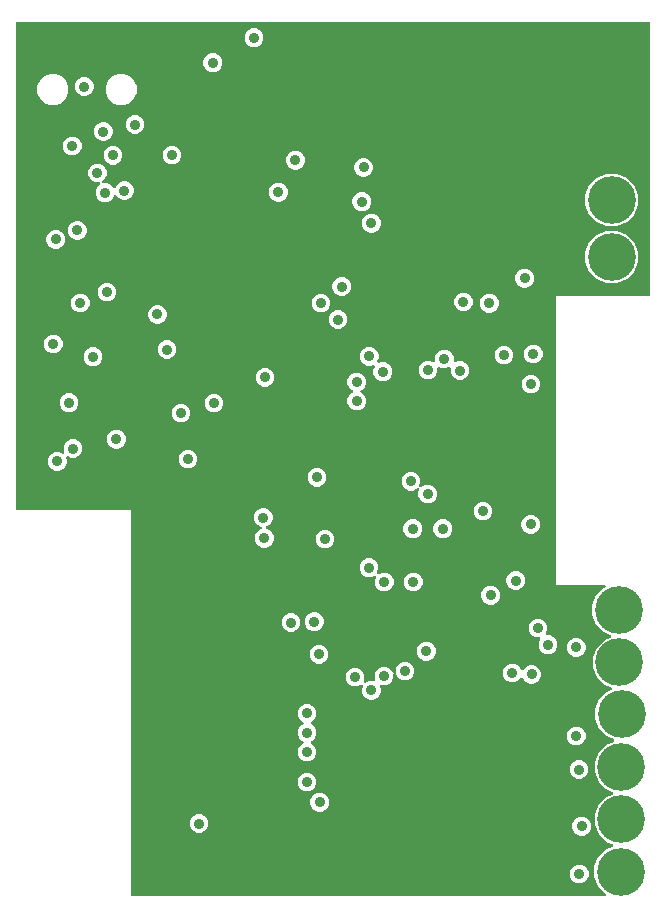
<source format=gbr>
G04 EAGLE Gerber RS-274X export*
G75*
%MOMM*%
%FSLAX34Y34*%
%LPD*%
%INCopper Layer 2*%
%IPPOS*%
%AMOC8*
5,1,8,0,0,1.08239X$1,22.5*%
G01*
%ADD10C,4.032000*%
%ADD11C,0.914400*%

G36*
X509501Y10940D02*
X509501Y10940D01*
X509640Y10953D01*
X509659Y10960D01*
X509679Y10963D01*
X509808Y11014D01*
X509939Y11061D01*
X509956Y11072D01*
X509975Y11080D01*
X510087Y11161D01*
X510203Y11239D01*
X510216Y11255D01*
X510232Y11266D01*
X510321Y11374D01*
X510413Y11478D01*
X510422Y11496D01*
X510435Y11511D01*
X510494Y11637D01*
X510558Y11761D01*
X510562Y11781D01*
X510571Y11799D01*
X510597Y11935D01*
X510627Y12071D01*
X510627Y12092D01*
X510630Y12111D01*
X510622Y12250D01*
X510618Y12389D01*
X510612Y12409D01*
X510611Y12429D01*
X510568Y12561D01*
X510529Y12695D01*
X510519Y12712D01*
X510513Y12731D01*
X510438Y12849D01*
X510368Y12969D01*
X510349Y12990D01*
X510343Y13000D01*
X510328Y13014D01*
X510261Y13089D01*
X504172Y19179D01*
X500793Y27336D01*
X500793Y36164D01*
X504172Y44321D01*
X510415Y50564D01*
X515766Y52781D01*
X515886Y52849D01*
X516010Y52914D01*
X516025Y52928D01*
X516042Y52938D01*
X516142Y53035D01*
X516245Y53128D01*
X516256Y53145D01*
X516271Y53159D01*
X516343Y53278D01*
X516420Y53394D01*
X516426Y53413D01*
X516437Y53431D01*
X516478Y53563D01*
X516523Y53695D01*
X516525Y53715D01*
X516530Y53734D01*
X516537Y53873D01*
X516548Y54012D01*
X516545Y54032D01*
X516546Y54052D01*
X516518Y54188D01*
X516494Y54325D01*
X516485Y54344D01*
X516481Y54364D01*
X516420Y54489D01*
X516363Y54615D01*
X516351Y54631D01*
X516342Y54649D01*
X516251Y54755D01*
X516165Y54864D01*
X516148Y54876D01*
X516135Y54891D01*
X516021Y54971D01*
X515910Y55055D01*
X515885Y55067D01*
X515875Y55074D01*
X515856Y55082D01*
X515766Y55126D01*
X510923Y57132D01*
X504680Y63375D01*
X501301Y71532D01*
X501301Y80360D01*
X504680Y88517D01*
X510923Y94760D01*
X515893Y96819D01*
X516013Y96888D01*
X516137Y96953D01*
X516152Y96966D01*
X516169Y96976D01*
X516269Y97073D01*
X516372Y97167D01*
X516383Y97183D01*
X516398Y97198D01*
X516470Y97316D01*
X516547Y97432D01*
X516553Y97451D01*
X516564Y97469D01*
X516605Y97601D01*
X516650Y97733D01*
X516652Y97753D01*
X516657Y97773D01*
X516664Y97911D01*
X516675Y98050D01*
X516672Y98070D01*
X516673Y98090D01*
X516645Y98226D01*
X516621Y98363D01*
X516612Y98382D01*
X516608Y98402D01*
X516547Y98527D01*
X516490Y98653D01*
X516478Y98669D01*
X516469Y98687D01*
X516378Y98794D01*
X516292Y98902D01*
X516275Y98914D01*
X516262Y98929D01*
X516148Y99010D01*
X516037Y99093D01*
X516012Y99105D01*
X516002Y99113D01*
X515983Y99120D01*
X515893Y99164D01*
X510669Y101328D01*
X504426Y107571D01*
X501047Y115728D01*
X501047Y124556D01*
X504426Y132713D01*
X510669Y138956D01*
X516940Y141554D01*
X517060Y141622D01*
X517183Y141687D01*
X517198Y141701D01*
X517216Y141711D01*
X517316Y141808D01*
X517419Y141901D01*
X517430Y141918D01*
X517444Y141932D01*
X517517Y142051D01*
X517593Y142167D01*
X517600Y142186D01*
X517611Y142204D01*
X517651Y142336D01*
X517697Y142468D01*
X517698Y142488D01*
X517704Y142507D01*
X517711Y142646D01*
X517722Y142785D01*
X517718Y142805D01*
X517719Y142825D01*
X517691Y142961D01*
X517668Y143098D01*
X517659Y143117D01*
X517655Y143137D01*
X517594Y143262D01*
X517537Y143388D01*
X517524Y143404D01*
X517515Y143422D01*
X517425Y143528D01*
X517338Y143637D01*
X517322Y143649D01*
X517309Y143664D01*
X517195Y143744D01*
X517084Y143828D01*
X517059Y143840D01*
X517049Y143847D01*
X517030Y143855D01*
X516940Y143899D01*
X511177Y146286D01*
X504934Y152529D01*
X501555Y160686D01*
X501555Y169514D01*
X504934Y177671D01*
X511177Y183914D01*
X514772Y185403D01*
X514892Y185472D01*
X515015Y185537D01*
X515030Y185551D01*
X515048Y185561D01*
X515148Y185657D01*
X515251Y185751D01*
X515262Y185768D01*
X515276Y185782D01*
X515349Y185900D01*
X515425Y186017D01*
X515432Y186036D01*
X515443Y186053D01*
X515483Y186186D01*
X515529Y186317D01*
X515530Y186338D01*
X515536Y186357D01*
X515543Y186495D01*
X515554Y186634D01*
X515550Y186655D01*
X515551Y186675D01*
X515523Y186810D01*
X515500Y186948D01*
X515491Y186966D01*
X515487Y186986D01*
X515426Y187111D01*
X515369Y187238D01*
X515356Y187254D01*
X515347Y187272D01*
X515257Y187378D01*
X515170Y187486D01*
X515154Y187498D01*
X515141Y187514D01*
X515027Y187594D01*
X514916Y187677D01*
X514891Y187690D01*
X514881Y187697D01*
X514862Y187704D01*
X514772Y187748D01*
X509399Y189974D01*
X503156Y196217D01*
X499777Y204374D01*
X499777Y213202D01*
X503156Y221359D01*
X509399Y227602D01*
X514115Y229556D01*
X514235Y229624D01*
X514359Y229689D01*
X514374Y229703D01*
X514391Y229713D01*
X514491Y229810D01*
X514594Y229903D01*
X514605Y229920D01*
X514620Y229934D01*
X514692Y230053D01*
X514769Y230169D01*
X514775Y230188D01*
X514786Y230205D01*
X514827Y230338D01*
X514872Y230470D01*
X514874Y230490D01*
X514879Y230509D01*
X514886Y230648D01*
X514897Y230787D01*
X514894Y230807D01*
X514895Y230827D01*
X514867Y230963D01*
X514843Y231100D01*
X514834Y231119D01*
X514830Y231139D01*
X514769Y231264D01*
X514712Y231390D01*
X514700Y231406D01*
X514691Y231424D01*
X514600Y231531D01*
X514514Y231639D01*
X514497Y231651D01*
X514484Y231666D01*
X514370Y231747D01*
X514259Y231830D01*
X514234Y231842D01*
X514224Y231849D01*
X514205Y231857D01*
X514115Y231901D01*
X508637Y234170D01*
X502394Y240413D01*
X499015Y248570D01*
X499015Y257398D01*
X502394Y265555D01*
X508637Y271798D01*
X509441Y272131D01*
X509502Y272166D01*
X509567Y272192D01*
X509640Y272244D01*
X509718Y272289D01*
X509768Y272337D01*
X509824Y272378D01*
X509882Y272448D01*
X509946Y272510D01*
X509983Y272570D01*
X510027Y272623D01*
X510065Y272705D01*
X510112Y272781D01*
X510133Y272848D01*
X510163Y272911D01*
X510180Y272999D01*
X510206Y273085D01*
X510209Y273155D01*
X510222Y273224D01*
X510217Y273313D01*
X510221Y273403D01*
X510207Y273471D01*
X510203Y273541D01*
X510175Y273626D01*
X510157Y273714D01*
X510126Y273777D01*
X510105Y273843D01*
X510057Y273919D01*
X510017Y274000D01*
X509972Y274053D01*
X509935Y274112D01*
X509869Y274174D01*
X509811Y274242D01*
X509754Y274282D01*
X509703Y274330D01*
X509624Y274373D01*
X509551Y274425D01*
X509485Y274450D01*
X509424Y274484D01*
X509338Y274506D01*
X509253Y274538D01*
X509184Y274546D01*
X509116Y274563D01*
X508956Y274573D01*
X468629Y274573D01*
X468629Y519177D01*
X546608Y519177D01*
X546726Y519192D01*
X546845Y519199D01*
X546883Y519212D01*
X546924Y519217D01*
X547034Y519260D01*
X547147Y519297D01*
X547182Y519319D01*
X547219Y519334D01*
X547315Y519404D01*
X547416Y519467D01*
X547444Y519497D01*
X547477Y519520D01*
X547553Y519612D01*
X547634Y519699D01*
X547654Y519734D01*
X547679Y519765D01*
X547730Y519873D01*
X547788Y519977D01*
X547798Y520017D01*
X547815Y520053D01*
X547837Y520170D01*
X547867Y520285D01*
X547871Y520346D01*
X547875Y520366D01*
X547873Y520386D01*
X547877Y520446D01*
X547877Y749808D01*
X547862Y749926D01*
X547855Y750045D01*
X547842Y750083D01*
X547837Y750124D01*
X547794Y750234D01*
X547757Y750347D01*
X547735Y750382D01*
X547720Y750419D01*
X547651Y750515D01*
X547587Y750616D01*
X547557Y750644D01*
X547534Y750677D01*
X547442Y750753D01*
X547355Y750834D01*
X547320Y750854D01*
X547289Y750879D01*
X547181Y750930D01*
X547077Y750988D01*
X547037Y750998D01*
X547001Y751015D01*
X546884Y751037D01*
X546769Y751067D01*
X546709Y751071D01*
X546689Y751075D01*
X546668Y751073D01*
X546608Y751077D01*
X12192Y751077D01*
X12074Y751062D01*
X11955Y751055D01*
X11917Y751042D01*
X11876Y751037D01*
X11766Y750994D01*
X11653Y750957D01*
X11618Y750935D01*
X11581Y750920D01*
X11485Y750851D01*
X11384Y750787D01*
X11356Y750757D01*
X11323Y750734D01*
X11247Y750642D01*
X11166Y750555D01*
X11146Y750520D01*
X11121Y750489D01*
X11070Y750381D01*
X11012Y750277D01*
X11002Y750237D01*
X10985Y750201D01*
X10963Y750084D01*
X10933Y749969D01*
X10929Y749909D01*
X10925Y749889D01*
X10927Y749868D01*
X10923Y749808D01*
X10923Y339090D01*
X10938Y338972D01*
X10945Y338853D01*
X10958Y338815D01*
X10963Y338774D01*
X11006Y338664D01*
X11043Y338551D01*
X11065Y338516D01*
X11080Y338479D01*
X11149Y338383D01*
X11213Y338282D01*
X11243Y338254D01*
X11266Y338221D01*
X11358Y338146D01*
X11445Y338064D01*
X11480Y338044D01*
X11511Y338019D01*
X11619Y337968D01*
X11723Y337910D01*
X11763Y337900D01*
X11799Y337883D01*
X11916Y337861D01*
X12031Y337831D01*
X12091Y337827D01*
X12111Y337823D01*
X12132Y337825D01*
X12192Y337821D01*
X108459Y337821D01*
X108459Y12192D01*
X108474Y12074D01*
X108481Y11955D01*
X108494Y11917D01*
X108499Y11876D01*
X108542Y11766D01*
X108579Y11653D01*
X108601Y11618D01*
X108616Y11581D01*
X108686Y11485D01*
X108749Y11384D01*
X108779Y11356D01*
X108802Y11323D01*
X108894Y11247D01*
X108981Y11166D01*
X109016Y11146D01*
X109047Y11121D01*
X109155Y11070D01*
X109259Y11012D01*
X109299Y11002D01*
X109335Y10985D01*
X109452Y10963D01*
X109567Y10933D01*
X109628Y10929D01*
X109648Y10925D01*
X109668Y10927D01*
X109728Y10923D01*
X509364Y10923D01*
X509501Y10940D01*
G37*
%LPC*%
G36*
X510952Y578009D02*
X510952Y578009D01*
X502795Y581388D01*
X496552Y587631D01*
X493173Y595788D01*
X493173Y604616D01*
X496552Y612773D01*
X502795Y619016D01*
X510952Y622395D01*
X519780Y622395D01*
X527937Y619016D01*
X534180Y612773D01*
X537559Y604616D01*
X537559Y595788D01*
X534180Y587631D01*
X527937Y581388D01*
X519780Y578009D01*
X510952Y578009D01*
G37*
%LPD*%
%LPC*%
G36*
X510952Y530003D02*
X510952Y530003D01*
X502795Y533382D01*
X496552Y539625D01*
X493173Y547782D01*
X493173Y556610D01*
X496552Y564767D01*
X502795Y571010D01*
X510952Y574389D01*
X519780Y574389D01*
X527937Y571010D01*
X534180Y564767D01*
X537559Y556610D01*
X537559Y547782D01*
X534180Y539625D01*
X527937Y533382D01*
X519780Y530003D01*
X510952Y530003D01*
G37*
%LPD*%
%LPC*%
G36*
X385276Y448055D02*
X385276Y448055D01*
X382381Y449254D01*
X380166Y451469D01*
X378967Y454364D01*
X378967Y457534D01*
X378961Y457583D01*
X378963Y457633D01*
X378941Y457740D01*
X378927Y457850D01*
X378909Y457896D01*
X378899Y457944D01*
X378851Y458043D01*
X378810Y458145D01*
X378781Y458185D01*
X378759Y458230D01*
X378688Y458314D01*
X378624Y458403D01*
X378585Y458434D01*
X378553Y458472D01*
X378463Y458535D01*
X378379Y458605D01*
X378334Y458627D01*
X378293Y458655D01*
X378190Y458694D01*
X378091Y458741D01*
X378042Y458750D01*
X377996Y458768D01*
X377886Y458780D01*
X377779Y458801D01*
X377729Y458798D01*
X377680Y458803D01*
X377571Y458788D01*
X377461Y458781D01*
X377414Y458766D01*
X377365Y458759D01*
X377212Y458707D01*
X375263Y457899D01*
X372130Y457899D01*
X369548Y458969D01*
X369500Y458982D01*
X369455Y459003D01*
X369347Y459023D01*
X369241Y459053D01*
X369191Y459053D01*
X369142Y459063D01*
X369033Y459056D01*
X368923Y459058D01*
X368875Y459046D01*
X368825Y459043D01*
X368721Y459009D01*
X368614Y458983D01*
X368570Y458960D01*
X368523Y458945D01*
X368430Y458886D01*
X368333Y458835D01*
X368296Y458801D01*
X368254Y458775D01*
X368179Y458695D01*
X368097Y458621D01*
X368070Y458579D01*
X368036Y458543D01*
X367983Y458447D01*
X367923Y458355D01*
X367906Y458308D01*
X367882Y458265D01*
X367855Y458158D01*
X367819Y458054D01*
X367815Y458005D01*
X367803Y457957D01*
X367793Y457796D01*
X367793Y454872D01*
X366594Y451977D01*
X364379Y449762D01*
X361484Y448563D01*
X358352Y448563D01*
X355457Y449762D01*
X353242Y451977D01*
X352043Y454872D01*
X352043Y458004D01*
X353242Y460899D01*
X355457Y463114D01*
X358352Y464313D01*
X361484Y464313D01*
X364067Y463243D01*
X364115Y463230D01*
X364159Y463209D01*
X364267Y463188D01*
X364373Y463159D01*
X364423Y463158D01*
X364472Y463149D01*
X364581Y463156D01*
X364691Y463154D01*
X364740Y463166D01*
X364789Y463169D01*
X364893Y463203D01*
X365001Y463228D01*
X365045Y463252D01*
X365092Y463267D01*
X365184Y463326D01*
X365282Y463377D01*
X365318Y463410D01*
X365360Y463437D01*
X365436Y463517D01*
X365517Y463591D01*
X365544Y463632D01*
X365578Y463669D01*
X365631Y463765D01*
X365692Y463857D01*
X365708Y463904D01*
X365732Y463947D01*
X365759Y464053D01*
X365795Y464157D01*
X365799Y464207D01*
X365811Y464255D01*
X365822Y464416D01*
X365822Y467340D01*
X367020Y470234D01*
X369236Y472450D01*
X372130Y473648D01*
X375263Y473648D01*
X378157Y472450D01*
X380372Y470234D01*
X381571Y467340D01*
X381571Y464170D01*
X381577Y464120D01*
X381575Y464071D01*
X381597Y463963D01*
X381611Y463854D01*
X381629Y463808D01*
X381639Y463759D01*
X381688Y463661D01*
X381728Y463559D01*
X381757Y463518D01*
X381779Y463474D01*
X381850Y463390D01*
X381915Y463301D01*
X381953Y463270D01*
X381985Y463232D01*
X382075Y463168D01*
X382160Y463098D01*
X382205Y463077D01*
X382245Y463049D01*
X382348Y463010D01*
X382447Y462963D01*
X382496Y462954D01*
X382543Y462936D01*
X382652Y462924D01*
X382760Y462903D01*
X382809Y462906D01*
X382859Y462901D01*
X382968Y462916D01*
X383077Y462923D01*
X383124Y462938D01*
X383174Y462945D01*
X383326Y462997D01*
X385276Y463805D01*
X388408Y463805D01*
X391303Y462606D01*
X393518Y460391D01*
X394717Y457496D01*
X394717Y454364D01*
X393518Y451469D01*
X391303Y449254D01*
X388408Y448055D01*
X385276Y448055D01*
G37*
%LPD*%
%LPC*%
G36*
X310346Y177291D02*
X310346Y177291D01*
X307451Y178490D01*
X305236Y180705D01*
X304037Y183600D01*
X304037Y186732D01*
X304646Y188202D01*
X304664Y188269D01*
X304692Y188334D01*
X304706Y188423D01*
X304730Y188509D01*
X304731Y188579D01*
X304742Y188648D01*
X304734Y188737D01*
X304735Y188827D01*
X304719Y188895D01*
X304712Y188964D01*
X304682Y189049D01*
X304661Y189136D01*
X304628Y189198D01*
X304605Y189264D01*
X304554Y189338D01*
X304512Y189417D01*
X304465Y189469D01*
X304426Y189527D01*
X304359Y189586D01*
X304298Y189653D01*
X304240Y189691D01*
X304187Y189737D01*
X304108Y189778D01*
X304033Y189827D01*
X303966Y189850D01*
X303904Y189882D01*
X303817Y189901D01*
X303732Y189931D01*
X303662Y189936D01*
X303594Y189951D01*
X303504Y189949D01*
X303415Y189956D01*
X303346Y189944D01*
X303276Y189942D01*
X303190Y189917D01*
X303101Y189901D01*
X303038Y189873D01*
X302971Y189853D01*
X302893Y189808D01*
X302811Y189771D01*
X302757Y189727D01*
X302697Y189692D01*
X302677Y189675D01*
X299762Y188467D01*
X296630Y188467D01*
X293735Y189666D01*
X291520Y191881D01*
X290321Y194776D01*
X290321Y197908D01*
X291520Y200803D01*
X293735Y203018D01*
X296630Y204217D01*
X299762Y204217D01*
X302657Y203018D01*
X304872Y200803D01*
X306071Y197908D01*
X306071Y194776D01*
X305462Y193306D01*
X305444Y193239D01*
X305416Y193174D01*
X305402Y193085D01*
X305378Y192999D01*
X305377Y192929D01*
X305366Y192860D01*
X305374Y192771D01*
X305373Y192681D01*
X305389Y192613D01*
X305396Y192544D01*
X305426Y192459D01*
X305447Y192372D01*
X305480Y192310D01*
X305503Y192244D01*
X305554Y192170D01*
X305596Y192091D01*
X305643Y192039D01*
X305682Y191981D01*
X305749Y191922D01*
X305810Y191855D01*
X305868Y191817D01*
X305921Y191771D01*
X306000Y191730D01*
X306075Y191681D01*
X306142Y191658D01*
X306204Y191626D01*
X306291Y191607D01*
X306376Y191577D01*
X306446Y191572D01*
X306514Y191557D01*
X306604Y191559D01*
X306693Y191552D01*
X306762Y191564D01*
X306832Y191566D01*
X306918Y191591D01*
X307007Y191607D01*
X307070Y191635D01*
X307137Y191655D01*
X307215Y191700D01*
X307297Y191737D01*
X307351Y191781D01*
X307411Y191816D01*
X307431Y191833D01*
X310346Y193041D01*
X313478Y193041D01*
X313660Y192965D01*
X313794Y192929D01*
X313927Y192888D01*
X313947Y192887D01*
X313967Y192881D01*
X314106Y192879D01*
X314245Y192873D01*
X314265Y192877D01*
X314285Y192876D01*
X314420Y192909D01*
X314556Y192937D01*
X314574Y192946D01*
X314594Y192951D01*
X314717Y193016D01*
X314842Y193077D01*
X314857Y193090D01*
X314875Y193099D01*
X314978Y193193D01*
X315084Y193283D01*
X315096Y193300D01*
X315111Y193313D01*
X315187Y193429D01*
X315267Y193543D01*
X315274Y193562D01*
X315285Y193579D01*
X315331Y193711D01*
X315380Y193840D01*
X315382Y193861D01*
X315389Y193880D01*
X315400Y194018D01*
X315415Y194157D01*
X315412Y194177D01*
X315414Y194197D01*
X315390Y194334D01*
X315371Y194471D01*
X315361Y194498D01*
X315359Y194510D01*
X315351Y194529D01*
X315319Y194624D01*
X314835Y195792D01*
X314835Y198924D01*
X316034Y201819D01*
X318249Y204034D01*
X321143Y205233D01*
X324276Y205233D01*
X327170Y204034D01*
X329385Y201819D01*
X330043Y200230D01*
X330078Y200169D01*
X330104Y200105D01*
X330156Y200032D01*
X330201Y199954D01*
X330249Y199904D01*
X330290Y199847D01*
X330360Y199790D01*
X330422Y199725D01*
X330482Y199689D01*
X330535Y199644D01*
X330617Y199606D01*
X330693Y199559D01*
X330760Y199539D01*
X330823Y199509D01*
X330911Y199492D01*
X330997Y199466D01*
X331067Y199462D01*
X331136Y199449D01*
X331225Y199455D01*
X331290Y199452D01*
X331238Y199419D01*
X331157Y199380D01*
X331104Y199334D01*
X331045Y199297D01*
X330984Y199231D01*
X330915Y199173D01*
X330875Y199116D01*
X330827Y199065D01*
X330784Y198987D01*
X330732Y198913D01*
X330708Y198848D01*
X330674Y198787D01*
X330652Y198700D01*
X330620Y198616D01*
X330612Y198546D01*
X330594Y198479D01*
X330584Y198318D01*
X330584Y195792D01*
X329385Y192897D01*
X327170Y190682D01*
X324276Y189483D01*
X321143Y189483D01*
X320961Y189559D01*
X320827Y189595D01*
X320694Y189636D01*
X320674Y189637D01*
X320655Y189643D01*
X320515Y189645D01*
X320377Y189651D01*
X320357Y189647D01*
X320337Y189648D01*
X320201Y189615D01*
X320065Y189587D01*
X320047Y189578D01*
X320027Y189573D01*
X319904Y189508D01*
X319780Y189447D01*
X319764Y189434D01*
X319746Y189425D01*
X319643Y189331D01*
X319538Y189241D01*
X319526Y189224D01*
X319511Y189211D01*
X319434Y189095D01*
X319354Y188981D01*
X319347Y188962D01*
X319336Y188945D01*
X319291Y188813D01*
X319242Y188684D01*
X319239Y188663D01*
X319233Y188644D01*
X319222Y188506D01*
X319206Y188367D01*
X319209Y188347D01*
X319208Y188327D01*
X319231Y188190D01*
X319251Y188053D01*
X319260Y188026D01*
X319262Y188014D01*
X319270Y187995D01*
X319303Y187900D01*
X319787Y186732D01*
X319787Y183600D01*
X318588Y180705D01*
X316373Y178490D01*
X313478Y177291D01*
X310346Y177291D01*
G37*
%LPD*%
%LPC*%
G36*
X85048Y598677D02*
X85048Y598677D01*
X82153Y599876D01*
X79938Y602091D01*
X78739Y604986D01*
X78739Y608118D01*
X79938Y611013D01*
X82200Y613275D01*
X82285Y613384D01*
X82374Y613491D01*
X82382Y613510D01*
X82395Y613526D01*
X82450Y613654D01*
X82509Y613779D01*
X82513Y613799D01*
X82521Y613818D01*
X82543Y613956D01*
X82569Y614092D01*
X82568Y614112D01*
X82571Y614132D01*
X82558Y614271D01*
X82549Y614409D01*
X82543Y614428D01*
X82541Y614448D01*
X82494Y614580D01*
X82451Y614711D01*
X82441Y614729D01*
X82434Y614748D01*
X82356Y614863D01*
X82281Y614980D01*
X82266Y614994D01*
X82255Y615011D01*
X82151Y615103D01*
X82050Y615198D01*
X82032Y615208D01*
X82017Y615221D01*
X81893Y615285D01*
X81771Y615352D01*
X81752Y615357D01*
X81733Y615366D01*
X81598Y615396D01*
X81463Y615431D01*
X81435Y615433D01*
X81423Y615436D01*
X81403Y615435D01*
X81302Y615441D01*
X78444Y615441D01*
X75549Y616640D01*
X73334Y618855D01*
X72135Y621750D01*
X72135Y624882D01*
X73334Y627777D01*
X75549Y629992D01*
X78444Y631191D01*
X81576Y631191D01*
X84471Y629992D01*
X86686Y627777D01*
X87885Y624882D01*
X87885Y621750D01*
X86686Y618855D01*
X84424Y616593D01*
X84339Y616484D01*
X84250Y616377D01*
X84242Y616358D01*
X84229Y616342D01*
X84174Y616214D01*
X84115Y616089D01*
X84111Y616069D01*
X84103Y616050D01*
X84081Y615912D01*
X84055Y615776D01*
X84056Y615756D01*
X84053Y615736D01*
X84066Y615597D01*
X84075Y615459D01*
X84081Y615440D01*
X84083Y615420D01*
X84130Y615288D01*
X84173Y615157D01*
X84183Y615139D01*
X84190Y615120D01*
X84268Y615005D01*
X84343Y614888D01*
X84358Y614874D01*
X84369Y614857D01*
X84473Y614765D01*
X84574Y614670D01*
X84592Y614660D01*
X84607Y614647D01*
X84731Y614583D01*
X84853Y614516D01*
X84872Y614511D01*
X84891Y614502D01*
X85026Y614472D01*
X85161Y614437D01*
X85189Y614435D01*
X85201Y614432D01*
X85221Y614433D01*
X85322Y614427D01*
X88180Y614427D01*
X91075Y613228D01*
X93468Y610834D01*
X93476Y610829D01*
X93549Y610748D01*
X93565Y610737D01*
X93579Y610723D01*
X93698Y610650D01*
X93815Y610573D01*
X93833Y610567D01*
X93850Y610556D01*
X93984Y610515D01*
X94115Y610470D01*
X94135Y610468D01*
X94154Y610463D01*
X94294Y610456D01*
X94432Y610445D01*
X94452Y610448D01*
X94471Y610447D01*
X94608Y610475D01*
X94746Y610499D01*
X94764Y610507D01*
X94783Y610511D01*
X94909Y610572D01*
X95036Y610630D01*
X95051Y610642D01*
X95069Y610651D01*
X95175Y610741D01*
X95284Y610828D01*
X95296Y610844D01*
X95311Y610857D01*
X95391Y610971D01*
X95475Y611082D01*
X95488Y611107D01*
X95494Y611117D01*
X95502Y611135D01*
X95546Y611227D01*
X96194Y612791D01*
X98409Y615006D01*
X101304Y616205D01*
X104436Y616205D01*
X107331Y615006D01*
X109546Y612791D01*
X110745Y609896D01*
X110745Y606764D01*
X109546Y603869D01*
X107331Y601654D01*
X104436Y600455D01*
X101304Y600455D01*
X98409Y601654D01*
X96016Y604048D01*
X96008Y604053D01*
X95935Y604134D01*
X95919Y604145D01*
X95905Y604159D01*
X95786Y604232D01*
X95669Y604309D01*
X95651Y604315D01*
X95634Y604326D01*
X95500Y604367D01*
X95369Y604412D01*
X95349Y604414D01*
X95330Y604419D01*
X95190Y604426D01*
X95052Y604437D01*
X95032Y604434D01*
X95013Y604435D01*
X94876Y604407D01*
X94738Y604383D01*
X94720Y604375D01*
X94701Y604371D01*
X94575Y604310D01*
X94448Y604252D01*
X94433Y604240D01*
X94415Y604231D01*
X94309Y604141D01*
X94200Y604054D01*
X94188Y604038D01*
X94173Y604025D01*
X94093Y603911D01*
X94009Y603800D01*
X93996Y603775D01*
X93990Y603765D01*
X93982Y603747D01*
X93938Y603655D01*
X93290Y602091D01*
X91075Y599876D01*
X88180Y598677D01*
X85048Y598677D01*
G37*
%LPD*%
%LPC*%
G36*
X256021Y125221D02*
X256021Y125221D01*
X253127Y126420D01*
X250912Y128635D01*
X249713Y131530D01*
X249713Y134662D01*
X250912Y137557D01*
X253127Y139772D01*
X253802Y140051D01*
X253922Y140120D01*
X254046Y140185D01*
X254061Y140199D01*
X254078Y140209D01*
X254178Y140305D01*
X254281Y140399D01*
X254292Y140416D01*
X254307Y140430D01*
X254379Y140549D01*
X254456Y140665D01*
X254462Y140684D01*
X254473Y140701D01*
X254514Y140834D01*
X254559Y140966D01*
X254560Y140986D01*
X254566Y141005D01*
X254573Y141144D01*
X254584Y141283D01*
X254581Y141303D01*
X254581Y141323D01*
X254553Y141459D01*
X254530Y141596D01*
X254521Y141615D01*
X254517Y141634D01*
X254456Y141759D01*
X254399Y141886D01*
X254386Y141902D01*
X254377Y141920D01*
X254287Y142026D01*
X254200Y142134D01*
X254184Y142147D01*
X254171Y142162D01*
X254057Y142242D01*
X253946Y142326D01*
X253921Y142338D01*
X253911Y142345D01*
X253892Y142352D01*
X253802Y142397D01*
X253127Y142676D01*
X250912Y144891D01*
X249713Y147786D01*
X249713Y150918D01*
X250912Y153813D01*
X253127Y156028D01*
X253802Y156307D01*
X253922Y156376D01*
X254046Y156441D01*
X254061Y156455D01*
X254078Y156465D01*
X254178Y156561D01*
X254281Y156655D01*
X254292Y156672D01*
X254307Y156686D01*
X254379Y156805D01*
X254456Y156921D01*
X254462Y156940D01*
X254473Y156957D01*
X254514Y157090D01*
X254559Y157222D01*
X254560Y157242D01*
X254566Y157261D01*
X254573Y157400D01*
X254584Y157539D01*
X254581Y157559D01*
X254581Y157579D01*
X254553Y157715D01*
X254530Y157852D01*
X254521Y157871D01*
X254517Y157890D01*
X254456Y158015D01*
X254399Y158142D01*
X254386Y158158D01*
X254377Y158176D01*
X254287Y158282D01*
X254200Y158390D01*
X254184Y158403D01*
X254171Y158418D01*
X254057Y158498D01*
X253946Y158582D01*
X253921Y158594D01*
X253911Y158601D01*
X253892Y158608D01*
X253802Y158653D01*
X253127Y158932D01*
X250912Y161147D01*
X249713Y164042D01*
X249713Y167174D01*
X250912Y170069D01*
X253127Y172284D01*
X256021Y173483D01*
X259154Y173483D01*
X262048Y172284D01*
X264264Y170069D01*
X265462Y167174D01*
X265462Y164042D01*
X264264Y161147D01*
X262048Y158932D01*
X261374Y158653D01*
X261253Y158584D01*
X261130Y158519D01*
X261115Y158505D01*
X261097Y158495D01*
X260998Y158399D01*
X260895Y158305D01*
X260884Y158288D01*
X260869Y158274D01*
X260796Y158155D01*
X260720Y158039D01*
X260713Y158020D01*
X260703Y158003D01*
X260662Y157870D01*
X260617Y157738D01*
X260615Y157718D01*
X260609Y157699D01*
X260603Y157560D01*
X260591Y157421D01*
X260595Y157401D01*
X260594Y157381D01*
X260622Y157245D01*
X260646Y157108D01*
X260654Y157089D01*
X260658Y157070D01*
X260719Y156945D01*
X260776Y156818D01*
X260789Y156802D01*
X260798Y156784D01*
X260888Y156678D01*
X260975Y156570D01*
X260991Y156557D01*
X261004Y156542D01*
X261118Y156462D01*
X261229Y156378D01*
X261255Y156366D01*
X261264Y156359D01*
X261283Y156352D01*
X261374Y156307D01*
X262048Y156028D01*
X264264Y153813D01*
X265462Y150918D01*
X265462Y147786D01*
X264264Y144891D01*
X262048Y142676D01*
X261374Y142397D01*
X261253Y142328D01*
X261130Y142263D01*
X261115Y142249D01*
X261097Y142239D01*
X260998Y142143D01*
X260895Y142049D01*
X260884Y142032D01*
X260869Y142018D01*
X260796Y141899D01*
X260720Y141783D01*
X260713Y141764D01*
X260703Y141747D01*
X260662Y141614D01*
X260617Y141482D01*
X260615Y141462D01*
X260609Y141443D01*
X260603Y141304D01*
X260591Y141165D01*
X260595Y141145D01*
X260594Y141125D01*
X260622Y140989D01*
X260646Y140852D01*
X260654Y140833D01*
X260658Y140814D01*
X260719Y140689D01*
X260776Y140562D01*
X260789Y140546D01*
X260798Y140528D01*
X260888Y140422D01*
X260975Y140314D01*
X260991Y140301D01*
X261004Y140286D01*
X261118Y140206D01*
X261229Y140122D01*
X261255Y140110D01*
X261264Y140103D01*
X261283Y140096D01*
X261374Y140051D01*
X262048Y139772D01*
X264264Y137557D01*
X265462Y134662D01*
X265462Y131530D01*
X264264Y128635D01*
X262048Y126420D01*
X259154Y125221D01*
X256021Y125221D01*
G37*
%LPD*%
%LPC*%
G36*
X97402Y680723D02*
X97402Y680723D01*
X92565Y682727D01*
X88863Y686429D01*
X86859Y691266D01*
X86859Y696502D01*
X88863Y701339D01*
X92565Y705041D01*
X97402Y707045D01*
X102638Y707045D01*
X107475Y705041D01*
X111177Y701339D01*
X113181Y696502D01*
X113181Y691266D01*
X111177Y686429D01*
X107475Y682727D01*
X102638Y680723D01*
X97402Y680723D01*
G37*
%LPD*%
%LPC*%
G36*
X39602Y680723D02*
X39602Y680723D01*
X34765Y682727D01*
X31063Y686429D01*
X29059Y691266D01*
X29059Y696502D01*
X31063Y701339D01*
X34765Y705041D01*
X39602Y707045D01*
X44838Y707045D01*
X49675Y705041D01*
X53377Y701339D01*
X55381Y696502D01*
X55381Y691266D01*
X53377Y686429D01*
X49675Y682727D01*
X44838Y680723D01*
X39602Y680723D01*
G37*
%LPD*%
%LPC*%
G36*
X44408Y371093D02*
X44408Y371093D01*
X41513Y372292D01*
X39298Y374507D01*
X38099Y377402D01*
X38099Y380534D01*
X39298Y383429D01*
X41513Y385644D01*
X44408Y386843D01*
X47540Y386843D01*
X50303Y385698D01*
X50438Y385662D01*
X50570Y385621D01*
X50591Y385620D01*
X50610Y385614D01*
X50750Y385612D01*
X50888Y385605D01*
X50908Y385610D01*
X50928Y385609D01*
X51064Y385642D01*
X51200Y385670D01*
X51218Y385679D01*
X51237Y385683D01*
X51360Y385748D01*
X51485Y385809D01*
X51501Y385823D01*
X51519Y385832D01*
X51621Y385926D01*
X51727Y386016D01*
X51739Y386032D01*
X51754Y386046D01*
X51830Y386162D01*
X51910Y386276D01*
X51918Y386295D01*
X51929Y386312D01*
X51974Y386443D01*
X52023Y386573D01*
X52025Y386593D01*
X52032Y386613D01*
X52043Y386751D01*
X52058Y386889D01*
X52056Y386909D01*
X52057Y386930D01*
X52033Y387067D01*
X52014Y387204D01*
X52005Y387231D01*
X52003Y387243D01*
X51994Y387261D01*
X51962Y387357D01*
X51561Y388324D01*
X51561Y391456D01*
X52760Y394351D01*
X54975Y396566D01*
X57870Y397765D01*
X61002Y397765D01*
X63897Y396566D01*
X66112Y394351D01*
X67311Y391456D01*
X67311Y388324D01*
X66112Y385429D01*
X63897Y383214D01*
X61002Y382015D01*
X57870Y382015D01*
X55107Y383160D01*
X54972Y383196D01*
X54840Y383237D01*
X54819Y383238D01*
X54800Y383244D01*
X54660Y383246D01*
X54522Y383253D01*
X54502Y383248D01*
X54482Y383249D01*
X54346Y383216D01*
X54210Y383188D01*
X54192Y383179D01*
X54173Y383175D01*
X54049Y383109D01*
X53925Y383048D01*
X53909Y383035D01*
X53891Y383026D01*
X53788Y382932D01*
X53683Y382842D01*
X53671Y382826D01*
X53656Y382812D01*
X53580Y382696D01*
X53500Y382582D01*
X53492Y382563D01*
X53481Y382546D01*
X53436Y382415D01*
X53387Y382285D01*
X53385Y382265D01*
X53378Y382245D01*
X53367Y382107D01*
X53352Y381969D01*
X53354Y381949D01*
X53353Y381928D01*
X53377Y381791D01*
X53396Y381654D01*
X53405Y381627D01*
X53407Y381615D01*
X53416Y381596D01*
X53448Y381501D01*
X53849Y380534D01*
X53849Y377402D01*
X52650Y374507D01*
X50435Y372292D01*
X47540Y371093D01*
X44408Y371093D01*
G37*
%LPD*%
%LPC*%
G36*
X459952Y215899D02*
X459952Y215899D01*
X457057Y217098D01*
X454842Y219313D01*
X453643Y222208D01*
X453643Y225340D01*
X454924Y228433D01*
X454937Y228481D01*
X454959Y228526D01*
X454979Y228634D01*
X455008Y228740D01*
X455009Y228789D01*
X455018Y228838D01*
X455012Y228948D01*
X455013Y229058D01*
X455002Y229106D01*
X454999Y229156D01*
X454965Y229260D01*
X454939Y229367D01*
X454916Y229411D01*
X454901Y229458D01*
X454842Y229551D01*
X454790Y229648D01*
X454757Y229685D01*
X454730Y229727D01*
X454650Y229802D01*
X454576Y229883D01*
X454535Y229911D01*
X454499Y229945D01*
X454403Y229998D01*
X454311Y230058D01*
X454264Y230074D01*
X454220Y230098D01*
X454114Y230126D01*
X454010Y230161D01*
X453960Y230165D01*
X453912Y230178D01*
X453752Y230188D01*
X451505Y230188D01*
X448611Y231387D01*
X446395Y233602D01*
X445197Y236496D01*
X445197Y239629D01*
X446395Y242523D01*
X448611Y244739D01*
X451505Y245937D01*
X454638Y245937D01*
X457532Y244739D01*
X459747Y242523D01*
X460946Y239629D01*
X460946Y236496D01*
X459665Y233404D01*
X459652Y233356D01*
X459631Y233311D01*
X459610Y233203D01*
X459581Y233097D01*
X459580Y233047D01*
X459571Y232998D01*
X459578Y232889D01*
X459576Y232779D01*
X459588Y232731D01*
X459591Y232681D01*
X459624Y232577D01*
X459650Y232470D01*
X459673Y232426D01*
X459689Y232379D01*
X459747Y232286D01*
X459799Y232189D01*
X459832Y232152D01*
X459859Y232110D01*
X459939Y232035D01*
X460013Y231953D01*
X460054Y231926D01*
X460090Y231892D01*
X460187Y231839D01*
X460278Y231779D01*
X460325Y231762D01*
X460369Y231738D01*
X460475Y231711D01*
X460579Y231675D01*
X460629Y231671D01*
X460677Y231659D01*
X460838Y231649D01*
X463084Y231649D01*
X465979Y230450D01*
X468194Y228235D01*
X469393Y225340D01*
X469393Y222208D01*
X468194Y219313D01*
X465979Y217098D01*
X463084Y215899D01*
X459952Y215899D01*
G37*
%LPD*%
%LPC*%
G36*
X320028Y447071D02*
X320028Y447071D01*
X317133Y448270D01*
X314918Y450485D01*
X313719Y453379D01*
X313719Y456512D01*
X314705Y458893D01*
X314742Y459027D01*
X314783Y459160D01*
X314784Y459180D01*
X314789Y459199D01*
X314791Y459339D01*
X314798Y459477D01*
X314794Y459497D01*
X314794Y459517D01*
X314762Y459653D01*
X314734Y459789D01*
X314725Y459807D01*
X314720Y459827D01*
X314655Y459950D01*
X314594Y460074D01*
X314581Y460090D01*
X314571Y460108D01*
X314478Y460211D01*
X314388Y460316D01*
X314371Y460328D01*
X314358Y460343D01*
X314241Y460420D01*
X314128Y460500D01*
X314109Y460507D01*
X314092Y460518D01*
X313960Y460563D01*
X313830Y460612D01*
X313810Y460615D01*
X313791Y460621D01*
X313652Y460632D01*
X313514Y460648D01*
X313494Y460645D01*
X313474Y460646D01*
X313337Y460623D01*
X313199Y460603D01*
X313173Y460594D01*
X313161Y460592D01*
X313142Y460583D01*
X313047Y460551D01*
X311700Y459993D01*
X308568Y459993D01*
X305673Y461192D01*
X303458Y463407D01*
X302259Y466302D01*
X302259Y469434D01*
X303458Y472329D01*
X305673Y474544D01*
X308568Y475743D01*
X311700Y475743D01*
X314595Y474544D01*
X316810Y472329D01*
X318009Y469434D01*
X318009Y466302D01*
X317023Y463921D01*
X316986Y463787D01*
X316945Y463654D01*
X316944Y463634D01*
X316939Y463614D01*
X316937Y463475D01*
X316930Y463336D01*
X316934Y463317D01*
X316934Y463296D01*
X316966Y463160D01*
X316994Y463025D01*
X317003Y463007D01*
X317008Y462987D01*
X317073Y462863D01*
X317134Y462739D01*
X317147Y462724D01*
X317157Y462706D01*
X317250Y462603D01*
X317340Y462497D01*
X317357Y462486D01*
X317370Y462471D01*
X317487Y462394D01*
X317600Y462314D01*
X317619Y462307D01*
X317636Y462296D01*
X317768Y462251D01*
X317898Y462201D01*
X317918Y462199D01*
X317937Y462193D01*
X318076Y462182D01*
X318214Y462166D01*
X318234Y462169D01*
X318254Y462167D01*
X318391Y462191D01*
X318529Y462211D01*
X318555Y462220D01*
X318567Y462222D01*
X318586Y462230D01*
X318681Y462263D01*
X320028Y462820D01*
X323160Y462820D01*
X326055Y461622D01*
X328270Y459406D01*
X329469Y456512D01*
X329469Y453379D01*
X328270Y450485D01*
X326055Y448270D01*
X323160Y447071D01*
X320028Y447071D01*
G37*
%LPD*%
%LPC*%
G36*
X219668Y306069D02*
X219668Y306069D01*
X216773Y307268D01*
X214558Y309483D01*
X213359Y312378D01*
X213359Y315510D01*
X214558Y318405D01*
X216773Y320620D01*
X218600Y321377D01*
X218721Y321445D01*
X218844Y321510D01*
X218859Y321524D01*
X218876Y321534D01*
X218976Y321631D01*
X219079Y321724D01*
X219090Y321741D01*
X219105Y321755D01*
X219177Y321874D01*
X219254Y321990D01*
X219260Y322009D01*
X219271Y322026D01*
X219312Y322159D01*
X219357Y322291D01*
X219359Y322311D01*
X219365Y322330D01*
X219371Y322469D01*
X219382Y322608D01*
X219379Y322628D01*
X219380Y322648D01*
X219352Y322784D01*
X219328Y322921D01*
X219320Y322940D01*
X219315Y322960D01*
X219254Y323085D01*
X219197Y323211D01*
X219185Y323227D01*
X219176Y323245D01*
X219085Y323351D01*
X218999Y323460D01*
X218983Y323472D01*
X218969Y323487D01*
X218856Y323567D01*
X218745Y323651D01*
X218719Y323663D01*
X218709Y323670D01*
X218690Y323678D01*
X218600Y323722D01*
X216011Y324794D01*
X213796Y327009D01*
X212597Y329904D01*
X212597Y333036D01*
X213796Y335931D01*
X216011Y338146D01*
X218906Y339345D01*
X222038Y339345D01*
X224933Y338146D01*
X227148Y335931D01*
X228347Y333036D01*
X228347Y329904D01*
X227148Y327009D01*
X224933Y324794D01*
X223106Y324037D01*
X222985Y323969D01*
X222862Y323904D01*
X222847Y323890D01*
X222830Y323880D01*
X222730Y323783D01*
X222627Y323690D01*
X222616Y323673D01*
X222601Y323659D01*
X222529Y323540D01*
X222452Y323424D01*
X222446Y323405D01*
X222435Y323388D01*
X222394Y323255D01*
X222349Y323123D01*
X222347Y323103D01*
X222341Y323084D01*
X222335Y322945D01*
X222324Y322806D01*
X222327Y322786D01*
X222326Y322766D01*
X222354Y322630D01*
X222378Y322493D01*
X222386Y322474D01*
X222391Y322454D01*
X222452Y322329D01*
X222509Y322203D01*
X222521Y322187D01*
X222530Y322169D01*
X222621Y322063D01*
X222707Y321954D01*
X222723Y321942D01*
X222737Y321927D01*
X222850Y321847D01*
X222961Y321763D01*
X222987Y321751D01*
X222997Y321744D01*
X223016Y321736D01*
X223106Y321692D01*
X225695Y320620D01*
X227910Y318405D01*
X229109Y315510D01*
X229109Y312378D01*
X227910Y309483D01*
X225695Y307268D01*
X222800Y306069D01*
X219668Y306069D01*
G37*
%LPD*%
%LPC*%
G36*
X445982Y190753D02*
X445982Y190753D01*
X443087Y191952D01*
X440872Y194167D01*
X440330Y195477D01*
X440321Y195493D01*
X440317Y195503D01*
X440291Y195545D01*
X440261Y195598D01*
X440196Y195721D01*
X440182Y195736D01*
X440172Y195753D01*
X440075Y195853D01*
X439982Y195956D01*
X439965Y195967D01*
X439951Y195982D01*
X439833Y196054D01*
X439716Y196131D01*
X439697Y196137D01*
X439680Y196148D01*
X439547Y196189D01*
X439415Y196234D01*
X439395Y196236D01*
X439376Y196242D01*
X439236Y196248D01*
X439098Y196259D01*
X439078Y196256D01*
X439058Y196257D01*
X438921Y196229D01*
X438785Y196205D01*
X438767Y196197D01*
X438747Y196192D01*
X438621Y196131D01*
X438495Y196074D01*
X438479Y196062D01*
X438461Y196053D01*
X438355Y195963D01*
X438246Y195876D01*
X438234Y195859D01*
X438219Y195846D01*
X438139Y195733D01*
X438055Y195622D01*
X438043Y195596D01*
X438036Y195586D01*
X438029Y195567D01*
X437984Y195477D01*
X437968Y195437D01*
X435753Y193222D01*
X432858Y192023D01*
X429726Y192023D01*
X426831Y193222D01*
X424616Y195437D01*
X423417Y198332D01*
X423417Y201464D01*
X424616Y204359D01*
X426831Y206574D01*
X429726Y207773D01*
X432858Y207773D01*
X435753Y206574D01*
X437968Y204359D01*
X438510Y203049D01*
X438579Y202928D01*
X438644Y202805D01*
X438658Y202790D01*
X438668Y202773D01*
X438765Y202673D01*
X438858Y202570D01*
X438875Y202559D01*
X438889Y202544D01*
X439007Y202472D01*
X439124Y202395D01*
X439143Y202389D01*
X439160Y202378D01*
X439293Y202337D01*
X439425Y202292D01*
X439445Y202290D01*
X439464Y202284D01*
X439604Y202278D01*
X439742Y202267D01*
X439762Y202270D01*
X439782Y202269D01*
X439919Y202297D01*
X440055Y202321D01*
X440073Y202329D01*
X440093Y202334D01*
X440219Y202395D01*
X440345Y202452D01*
X440361Y202464D01*
X440379Y202473D01*
X440485Y202563D01*
X440594Y202650D01*
X440606Y202667D01*
X440621Y202680D01*
X440701Y202793D01*
X440785Y202904D01*
X440797Y202930D01*
X440804Y202940D01*
X440811Y202959D01*
X440856Y203049D01*
X440872Y203089D01*
X443087Y205304D01*
X445982Y206503D01*
X449114Y206503D01*
X452009Y205304D01*
X454224Y203089D01*
X455423Y200194D01*
X455423Y197062D01*
X454224Y194167D01*
X452009Y191952D01*
X449114Y190753D01*
X445982Y190753D01*
G37*
%LPD*%
%LPC*%
G36*
X321268Y268985D02*
X321268Y268985D01*
X318373Y270184D01*
X316158Y272399D01*
X314959Y275294D01*
X314959Y278426D01*
X315890Y280672D01*
X315926Y280807D01*
X315967Y280939D01*
X315968Y280960D01*
X315974Y280979D01*
X315976Y281119D01*
X315982Y281257D01*
X315978Y281277D01*
X315979Y281297D01*
X315946Y281433D01*
X315918Y281569D01*
X315909Y281587D01*
X315904Y281606D01*
X315839Y281729D01*
X315778Y281854D01*
X315765Y281870D01*
X315756Y281888D01*
X315662Y281990D01*
X315572Y282096D01*
X315555Y282108D01*
X315542Y282123D01*
X315426Y282199D01*
X315312Y282279D01*
X315293Y282287D01*
X315276Y282298D01*
X315145Y282343D01*
X315015Y282392D01*
X314994Y282394D01*
X314975Y282401D01*
X314837Y282412D01*
X314699Y282427D01*
X314678Y282424D01*
X314658Y282426D01*
X314521Y282402D01*
X314384Y282383D01*
X314357Y282374D01*
X314345Y282372D01*
X314326Y282363D01*
X314231Y282331D01*
X311446Y281177D01*
X308314Y281177D01*
X305419Y282376D01*
X303204Y284591D01*
X302005Y287486D01*
X302005Y290618D01*
X303204Y293513D01*
X305419Y295728D01*
X308314Y296927D01*
X311446Y296927D01*
X314341Y295728D01*
X316556Y293513D01*
X317755Y290618D01*
X317755Y287486D01*
X316824Y285240D01*
X316788Y285105D01*
X316747Y284973D01*
X316746Y284952D01*
X316740Y284933D01*
X316738Y284793D01*
X316732Y284655D01*
X316736Y284635D01*
X316735Y284615D01*
X316768Y284479D01*
X316796Y284343D01*
X316805Y284325D01*
X316810Y284306D01*
X316875Y284183D01*
X316936Y284058D01*
X316949Y284042D01*
X316958Y284024D01*
X317052Y283922D01*
X317142Y283816D01*
X317159Y283804D01*
X317172Y283789D01*
X317288Y283713D01*
X317402Y283633D01*
X317421Y283625D01*
X317438Y283614D01*
X317569Y283569D01*
X317699Y283520D01*
X317720Y283518D01*
X317739Y283511D01*
X317877Y283500D01*
X318015Y283485D01*
X318036Y283488D01*
X318056Y283486D01*
X318193Y283510D01*
X318330Y283529D01*
X318357Y283538D01*
X318369Y283540D01*
X318388Y283549D01*
X318483Y283581D01*
X321268Y284735D01*
X324400Y284735D01*
X327295Y283536D01*
X329510Y281321D01*
X330709Y278426D01*
X330709Y275294D01*
X329510Y272399D01*
X327295Y270184D01*
X324400Y268985D01*
X321268Y268985D01*
G37*
%LPD*%
%LPC*%
G36*
X297931Y422147D02*
X297931Y422147D01*
X295037Y423346D01*
X292822Y425561D01*
X291623Y428456D01*
X291623Y431588D01*
X292822Y434483D01*
X295037Y436698D01*
X295712Y436977D01*
X295833Y437046D01*
X295956Y437111D01*
X295971Y437125D01*
X295988Y437135D01*
X296088Y437232D01*
X296191Y437325D01*
X296202Y437342D01*
X296217Y437356D01*
X296289Y437474D01*
X296366Y437591D01*
X296372Y437610D01*
X296383Y437627D01*
X296424Y437760D01*
X296469Y437892D01*
X296470Y437912D01*
X296476Y437931D01*
X296483Y438070D01*
X296494Y438209D01*
X296491Y438229D01*
X296492Y438249D01*
X296463Y438385D01*
X296440Y438522D01*
X296431Y438540D01*
X296427Y438560D01*
X296366Y438686D01*
X296309Y438812D01*
X296296Y438828D01*
X296288Y438846D01*
X296197Y438952D01*
X296110Y439061D01*
X296094Y439073D01*
X296081Y439088D01*
X295967Y439168D01*
X295856Y439252D01*
X295831Y439264D01*
X295821Y439271D01*
X295802Y439278D01*
X295712Y439323D01*
X295037Y439602D01*
X292822Y441817D01*
X291623Y444712D01*
X291623Y447844D01*
X292822Y450739D01*
X295037Y452954D01*
X297931Y454153D01*
X301064Y454153D01*
X303958Y452954D01*
X306174Y450739D01*
X307372Y447844D01*
X307372Y444712D01*
X306174Y441817D01*
X303958Y439602D01*
X303284Y439323D01*
X303163Y439254D01*
X303040Y439189D01*
X303025Y439175D01*
X303007Y439165D01*
X302908Y439069D01*
X302805Y438975D01*
X302794Y438958D01*
X302779Y438944D01*
X302706Y438825D01*
X302630Y438709D01*
X302623Y438690D01*
X302613Y438673D01*
X302572Y438540D01*
X302527Y438408D01*
X302525Y438388D01*
X302519Y438369D01*
X302512Y438230D01*
X302501Y438091D01*
X302505Y438071D01*
X302504Y438051D01*
X302532Y437915D01*
X302556Y437778D01*
X302564Y437759D01*
X302568Y437740D01*
X302629Y437615D01*
X302686Y437488D01*
X302699Y437472D01*
X302708Y437454D01*
X302798Y437348D01*
X302885Y437240D01*
X302901Y437227D01*
X302914Y437212D01*
X303028Y437132D01*
X303139Y437048D01*
X303164Y437036D01*
X303174Y437029D01*
X303193Y437022D01*
X303284Y436977D01*
X303958Y436698D01*
X306174Y434483D01*
X307372Y431588D01*
X307372Y428456D01*
X306174Y425561D01*
X303958Y423346D01*
X301064Y422147D01*
X297931Y422147D01*
G37*
%LPD*%
%LPC*%
G36*
X358098Y343407D02*
X358098Y343407D01*
X355203Y344606D01*
X352988Y346821D01*
X351789Y349716D01*
X351789Y352848D01*
X352578Y354752D01*
X352596Y354819D01*
X352624Y354883D01*
X352638Y354972D01*
X352662Y355059D01*
X352663Y355128D01*
X352674Y355197D01*
X352665Y355287D01*
X352667Y355377D01*
X352650Y355445D01*
X352644Y355514D01*
X352614Y355598D01*
X352593Y355686D01*
X352560Y355748D01*
X352536Y355813D01*
X352486Y355888D01*
X352444Y355967D01*
X352397Y356019D01*
X352358Y356076D01*
X352290Y356136D01*
X352230Y356202D01*
X352172Y356241D01*
X352119Y356287D01*
X352039Y356328D01*
X351964Y356377D01*
X351898Y356400D01*
X351836Y356431D01*
X351748Y356451D01*
X351663Y356480D01*
X351594Y356486D01*
X351526Y356501D01*
X351436Y356498D01*
X351346Y356505D01*
X351278Y356493D01*
X351208Y356491D01*
X351121Y356466D01*
X351033Y356451D01*
X350969Y356422D01*
X350902Y356403D01*
X350825Y356357D01*
X350743Y356320D01*
X350689Y356277D01*
X350628Y356241D01*
X350508Y356135D01*
X349901Y355528D01*
X347006Y354329D01*
X343874Y354329D01*
X340979Y355528D01*
X338764Y357743D01*
X337565Y360638D01*
X337565Y363770D01*
X338764Y366665D01*
X340979Y368880D01*
X343874Y370079D01*
X347006Y370079D01*
X349901Y368880D01*
X352116Y366665D01*
X353315Y363770D01*
X353315Y360638D01*
X352526Y358734D01*
X352508Y358667D01*
X352480Y358603D01*
X352466Y358514D01*
X352442Y358427D01*
X352441Y358358D01*
X352430Y358289D01*
X352439Y358199D01*
X352437Y358109D01*
X352454Y358041D01*
X352460Y357972D01*
X352490Y357888D01*
X352511Y357800D01*
X352544Y357738D01*
X352568Y357673D01*
X352618Y357598D01*
X352660Y357519D01*
X352707Y357467D01*
X352746Y357410D01*
X352814Y357350D01*
X352874Y357284D01*
X352932Y357245D01*
X352985Y357199D01*
X353065Y357158D01*
X353140Y357109D01*
X353206Y357086D01*
X353268Y357055D01*
X353356Y357035D01*
X353441Y357006D01*
X353510Y357000D01*
X353578Y356985D01*
X353668Y356988D01*
X353758Y356981D01*
X353826Y356993D01*
X353896Y356995D01*
X353983Y357020D01*
X354071Y357035D01*
X354135Y357064D01*
X354202Y357083D01*
X354279Y357129D01*
X354361Y357166D01*
X354415Y357209D01*
X354476Y357245D01*
X354596Y357351D01*
X355203Y357958D01*
X358098Y359157D01*
X361230Y359157D01*
X364125Y357958D01*
X366340Y355743D01*
X367539Y352848D01*
X367539Y349716D01*
X366340Y346821D01*
X364125Y344606D01*
X361230Y343407D01*
X358098Y343407D01*
G37*
%LPD*%
%LPC*%
G36*
X338794Y193801D02*
X338794Y193801D01*
X335899Y195000D01*
X333684Y197215D01*
X333026Y198804D01*
X332992Y198865D01*
X332966Y198929D01*
X332913Y199002D01*
X332869Y199080D01*
X332820Y199130D01*
X332779Y199187D01*
X332710Y199244D01*
X332647Y199309D01*
X332588Y199345D01*
X332534Y199390D01*
X332453Y199428D01*
X332376Y199475D01*
X332309Y199495D01*
X332246Y199525D01*
X332158Y199542D01*
X332072Y199568D01*
X332002Y199572D01*
X331934Y199585D01*
X331844Y199579D01*
X331780Y199582D01*
X331831Y199615D01*
X331912Y199654D01*
X331965Y199700D01*
X332024Y199737D01*
X332086Y199803D01*
X332154Y199861D01*
X332194Y199918D01*
X332242Y199969D01*
X332285Y200047D01*
X332337Y200121D01*
X332362Y200186D01*
X332396Y200247D01*
X332418Y200334D01*
X332450Y200418D01*
X332458Y200488D01*
X332475Y200555D01*
X332485Y200716D01*
X332485Y203242D01*
X333684Y206137D01*
X335899Y208352D01*
X338794Y209551D01*
X341926Y209551D01*
X344821Y208352D01*
X347036Y206137D01*
X348235Y203242D01*
X348235Y200110D01*
X347036Y197215D01*
X344821Y195000D01*
X341926Y193801D01*
X338794Y193801D01*
G37*
%LPD*%
%LPC*%
G36*
X231606Y598931D02*
X231606Y598931D01*
X228711Y600130D01*
X226496Y602345D01*
X225297Y605240D01*
X225297Y608372D01*
X226496Y611267D01*
X228711Y613482D01*
X231606Y614681D01*
X234738Y614681D01*
X237633Y613482D01*
X239848Y611267D01*
X241047Y608372D01*
X241047Y605240D01*
X239848Y602345D01*
X237633Y600130D01*
X234738Y598931D01*
X231606Y598931D01*
G37*
%LPD*%
%LPC*%
G36*
X302218Y591057D02*
X302218Y591057D01*
X299323Y592256D01*
X297108Y594471D01*
X295909Y597366D01*
X295909Y600498D01*
X297108Y603393D01*
X299323Y605608D01*
X302218Y606807D01*
X305350Y606807D01*
X308245Y605608D01*
X310460Y603393D01*
X311659Y600498D01*
X311659Y597366D01*
X310460Y594471D01*
X308245Y592256D01*
X305350Y591057D01*
X302218Y591057D01*
G37*
%LPD*%
%LPC*%
G36*
X310346Y572769D02*
X310346Y572769D01*
X307451Y573968D01*
X305236Y576183D01*
X304037Y579078D01*
X304037Y582210D01*
X305236Y585105D01*
X307451Y587320D01*
X310346Y588519D01*
X313478Y588519D01*
X316373Y587320D01*
X318588Y585105D01*
X319787Y582210D01*
X319787Y579078D01*
X318588Y576183D01*
X316373Y573968D01*
X313478Y572769D01*
X310346Y572769D01*
G37*
%LPD*%
%LPC*%
G36*
X61426Y566673D02*
X61426Y566673D01*
X58531Y567872D01*
X56316Y570087D01*
X55117Y572982D01*
X55117Y576114D01*
X56316Y579009D01*
X58531Y581224D01*
X61426Y582423D01*
X64558Y582423D01*
X67453Y581224D01*
X69668Y579009D01*
X70867Y576114D01*
X70867Y572982D01*
X69668Y570087D01*
X67453Y567872D01*
X64558Y566673D01*
X61426Y566673D01*
G37*
%LPD*%
%LPC*%
G36*
X43138Y559053D02*
X43138Y559053D01*
X40243Y560252D01*
X38028Y562467D01*
X36829Y565362D01*
X36829Y568494D01*
X38028Y571389D01*
X40243Y573604D01*
X43138Y574803D01*
X46270Y574803D01*
X49165Y573604D01*
X51380Y571389D01*
X52579Y568494D01*
X52579Y565362D01*
X51380Y562467D01*
X49165Y560252D01*
X46270Y559053D01*
X43138Y559053D01*
G37*
%LPD*%
%LPC*%
G36*
X440116Y526131D02*
X440116Y526131D01*
X437221Y527330D01*
X435006Y529545D01*
X433807Y532440D01*
X433807Y535572D01*
X435006Y538467D01*
X437221Y540682D01*
X440116Y541881D01*
X443248Y541881D01*
X446143Y540682D01*
X448358Y538467D01*
X449557Y535572D01*
X449557Y532440D01*
X448358Y529545D01*
X446143Y527330D01*
X443248Y526131D01*
X440116Y526131D01*
G37*
%LPD*%
%LPC*%
G36*
X285200Y519175D02*
X285200Y519175D01*
X282305Y520374D01*
X280090Y522589D01*
X278891Y525484D01*
X278891Y528616D01*
X280090Y531511D01*
X282305Y533726D01*
X285200Y534925D01*
X288332Y534925D01*
X291227Y533726D01*
X293442Y531511D01*
X294641Y528616D01*
X294641Y525484D01*
X293442Y522589D01*
X291227Y520374D01*
X288332Y519175D01*
X285200Y519175D01*
G37*
%LPD*%
%LPC*%
G36*
X86472Y514449D02*
X86472Y514449D01*
X83578Y515647D01*
X81363Y517863D01*
X80164Y520757D01*
X80164Y523890D01*
X81363Y526784D01*
X83578Y528999D01*
X86472Y530198D01*
X89605Y530198D01*
X92499Y528999D01*
X94715Y526784D01*
X95913Y523890D01*
X95913Y520757D01*
X94715Y517863D01*
X92499Y515647D01*
X89605Y514449D01*
X86472Y514449D01*
G37*
%LPD*%
%LPC*%
G36*
X388324Y505967D02*
X388324Y505967D01*
X385429Y507166D01*
X383214Y509381D01*
X382015Y512276D01*
X382015Y515408D01*
X383214Y518303D01*
X385429Y520518D01*
X388324Y521717D01*
X391456Y521717D01*
X394351Y520518D01*
X396566Y518303D01*
X397765Y515408D01*
X397765Y512276D01*
X396566Y509381D01*
X394351Y507166D01*
X391456Y505967D01*
X388324Y505967D01*
G37*
%LPD*%
%LPC*%
G36*
X267674Y505205D02*
X267674Y505205D01*
X264779Y506404D01*
X262564Y508619D01*
X261365Y511514D01*
X261365Y514646D01*
X262564Y517541D01*
X264779Y519756D01*
X267674Y520955D01*
X270806Y520955D01*
X273701Y519756D01*
X275916Y517541D01*
X277115Y514646D01*
X277115Y511514D01*
X275916Y508619D01*
X273701Y506404D01*
X270806Y505205D01*
X267674Y505205D01*
G37*
%LPD*%
%LPC*%
G36*
X63966Y505205D02*
X63966Y505205D01*
X61071Y506404D01*
X58856Y508619D01*
X57657Y511514D01*
X57657Y514646D01*
X58856Y517541D01*
X61071Y519756D01*
X63966Y520955D01*
X67098Y520955D01*
X69993Y519756D01*
X72208Y517541D01*
X73407Y514646D01*
X73407Y511514D01*
X72208Y508619D01*
X69993Y506404D01*
X67098Y505205D01*
X63966Y505205D01*
G37*
%LPD*%
%LPC*%
G36*
X410168Y504951D02*
X410168Y504951D01*
X407273Y506150D01*
X405058Y508365D01*
X403859Y511260D01*
X403859Y514392D01*
X405058Y517287D01*
X407273Y519502D01*
X410168Y520701D01*
X413300Y520701D01*
X416195Y519502D01*
X418410Y517287D01*
X419609Y514392D01*
X419609Y511260D01*
X418410Y508365D01*
X416195Y506150D01*
X413300Y504951D01*
X410168Y504951D01*
G37*
%LPD*%
%LPC*%
G36*
X129244Y495553D02*
X129244Y495553D01*
X126349Y496752D01*
X124134Y498967D01*
X122935Y501862D01*
X122935Y504994D01*
X124134Y507889D01*
X126349Y510104D01*
X129244Y511303D01*
X132376Y511303D01*
X135271Y510104D01*
X137486Y507889D01*
X138685Y504994D01*
X138685Y501862D01*
X137486Y498967D01*
X135271Y496752D01*
X132376Y495553D01*
X129244Y495553D01*
G37*
%LPD*%
%LPC*%
G36*
X282152Y491235D02*
X282152Y491235D01*
X279257Y492434D01*
X277042Y494649D01*
X275843Y497544D01*
X275843Y500676D01*
X277042Y503571D01*
X279257Y505786D01*
X282152Y506985D01*
X285284Y506985D01*
X288179Y505786D01*
X290394Y503571D01*
X291593Y500676D01*
X291593Y497544D01*
X290394Y494649D01*
X288179Y492434D01*
X285284Y491235D01*
X282152Y491235D01*
G37*
%LPD*%
%LPC*%
G36*
X41106Y470661D02*
X41106Y470661D01*
X38211Y471860D01*
X35996Y474075D01*
X34797Y476970D01*
X34797Y480102D01*
X35996Y482997D01*
X38211Y485212D01*
X41106Y486411D01*
X44238Y486411D01*
X47133Y485212D01*
X49348Y482997D01*
X50547Y480102D01*
X50547Y476970D01*
X49348Y474075D01*
X47133Y471860D01*
X44238Y470661D01*
X41106Y470661D01*
G37*
%LPD*%
%LPC*%
G36*
X137372Y465835D02*
X137372Y465835D01*
X134477Y467034D01*
X132262Y469249D01*
X131063Y472144D01*
X131063Y475276D01*
X132262Y478171D01*
X134477Y480386D01*
X137372Y481585D01*
X140504Y481585D01*
X143399Y480386D01*
X145614Y478171D01*
X146813Y475276D01*
X146813Y472144D01*
X145614Y469249D01*
X143399Y467034D01*
X140504Y465835D01*
X137372Y465835D01*
G37*
%LPD*%
%LPC*%
G36*
X447506Y462025D02*
X447506Y462025D01*
X444611Y463224D01*
X442396Y465439D01*
X441197Y468334D01*
X441197Y471466D01*
X442396Y474361D01*
X444611Y476576D01*
X447506Y477775D01*
X450638Y477775D01*
X453533Y476576D01*
X455748Y474361D01*
X456947Y471466D01*
X456947Y468334D01*
X455748Y465439D01*
X453533Y463224D01*
X450638Y462025D01*
X447506Y462025D01*
G37*
%LPD*%
%LPC*%
G36*
X422614Y461263D02*
X422614Y461263D01*
X419719Y462462D01*
X417504Y464677D01*
X416305Y467572D01*
X416305Y470704D01*
X417504Y473599D01*
X419719Y475814D01*
X422614Y477013D01*
X425746Y477013D01*
X428641Y475814D01*
X430856Y473599D01*
X432055Y470704D01*
X432055Y467572D01*
X430856Y464677D01*
X428641Y462462D01*
X425746Y461263D01*
X422614Y461263D01*
G37*
%LPD*%
%LPC*%
G36*
X74634Y459739D02*
X74634Y459739D01*
X71739Y460938D01*
X69524Y463153D01*
X68325Y466048D01*
X68325Y469180D01*
X69524Y472075D01*
X71739Y474290D01*
X74634Y475489D01*
X77766Y475489D01*
X80661Y474290D01*
X82876Y472075D01*
X84075Y469180D01*
X84075Y466048D01*
X82876Y463153D01*
X80661Y460938D01*
X77766Y459739D01*
X74634Y459739D01*
G37*
%LPD*%
%LPC*%
G36*
X220430Y442213D02*
X220430Y442213D01*
X217535Y443412D01*
X215320Y445627D01*
X214121Y448522D01*
X214121Y451654D01*
X215320Y454549D01*
X217535Y456764D01*
X220430Y457963D01*
X223562Y457963D01*
X226457Y456764D01*
X228672Y454549D01*
X229871Y451654D01*
X229871Y448522D01*
X228672Y445627D01*
X226457Y443412D01*
X223562Y442213D01*
X220430Y442213D01*
G37*
%LPD*%
%LPC*%
G36*
X211032Y729893D02*
X211032Y729893D01*
X208137Y731092D01*
X205922Y733307D01*
X204723Y736202D01*
X204723Y739334D01*
X205922Y742229D01*
X208137Y744444D01*
X211032Y745643D01*
X214164Y745643D01*
X217059Y744444D01*
X219274Y742229D01*
X220473Y739334D01*
X220473Y736202D01*
X219274Y733307D01*
X217059Y731092D01*
X214164Y729893D01*
X211032Y729893D01*
G37*
%LPD*%
%LPC*%
G36*
X445474Y436625D02*
X445474Y436625D01*
X442579Y437824D01*
X440364Y440039D01*
X439165Y442934D01*
X439165Y446066D01*
X440364Y448961D01*
X442579Y451176D01*
X445474Y452375D01*
X448606Y452375D01*
X451501Y451176D01*
X453716Y448961D01*
X454915Y446066D01*
X454915Y442934D01*
X453716Y440039D01*
X451501Y437824D01*
X448606Y436625D01*
X445474Y436625D01*
G37*
%LPD*%
%LPC*%
G36*
X54314Y420877D02*
X54314Y420877D01*
X51419Y422076D01*
X49204Y424291D01*
X48005Y427186D01*
X48005Y430318D01*
X49204Y433213D01*
X51419Y435428D01*
X54314Y436627D01*
X57446Y436627D01*
X60341Y435428D01*
X62556Y433213D01*
X63755Y430318D01*
X63755Y427186D01*
X62556Y424291D01*
X60341Y422076D01*
X57446Y420877D01*
X54314Y420877D01*
G37*
%LPD*%
%LPC*%
G36*
X177250Y420623D02*
X177250Y420623D01*
X174355Y421822D01*
X172140Y424037D01*
X170941Y426932D01*
X170941Y430064D01*
X172140Y432959D01*
X174355Y435174D01*
X177250Y436373D01*
X180382Y436373D01*
X183277Y435174D01*
X185492Y432959D01*
X186691Y430064D01*
X186691Y426932D01*
X185492Y424037D01*
X183277Y421822D01*
X180382Y420623D01*
X177250Y420623D01*
G37*
%LPD*%
%LPC*%
G36*
X149056Y411987D02*
X149056Y411987D01*
X146161Y413186D01*
X143946Y415401D01*
X142747Y418296D01*
X142747Y421428D01*
X143946Y424323D01*
X146161Y426538D01*
X149056Y427737D01*
X152188Y427737D01*
X155083Y426538D01*
X157298Y424323D01*
X158497Y421428D01*
X158497Y418296D01*
X157298Y415401D01*
X155083Y413186D01*
X152188Y411987D01*
X149056Y411987D01*
G37*
%LPD*%
%LPC*%
G36*
X94446Y389889D02*
X94446Y389889D01*
X91551Y391088D01*
X89336Y393303D01*
X88137Y396198D01*
X88137Y399330D01*
X89336Y402225D01*
X91551Y404440D01*
X94446Y405639D01*
X97578Y405639D01*
X100473Y404440D01*
X102688Y402225D01*
X103887Y399330D01*
X103887Y396198D01*
X102688Y393303D01*
X100473Y391088D01*
X97578Y389889D01*
X94446Y389889D01*
G37*
%LPD*%
%LPC*%
G36*
X175980Y708659D02*
X175980Y708659D01*
X173085Y709858D01*
X170870Y712073D01*
X169671Y714968D01*
X169671Y718100D01*
X170870Y720995D01*
X173085Y723210D01*
X175980Y724409D01*
X179112Y724409D01*
X182007Y723210D01*
X184222Y720995D01*
X185421Y718100D01*
X185421Y714968D01*
X184222Y712073D01*
X182007Y709858D01*
X179112Y708659D01*
X175980Y708659D01*
G37*
%LPD*%
%LPC*%
G36*
X155152Y373125D02*
X155152Y373125D01*
X152257Y374324D01*
X150042Y376539D01*
X148843Y379434D01*
X148843Y382566D01*
X150042Y385461D01*
X152257Y387676D01*
X155152Y388875D01*
X158284Y388875D01*
X161179Y387676D01*
X163394Y385461D01*
X164593Y382566D01*
X164593Y379434D01*
X163394Y376539D01*
X161179Y374324D01*
X158284Y373125D01*
X155152Y373125D01*
G37*
%LPD*%
%LPC*%
G36*
X264372Y357631D02*
X264372Y357631D01*
X261477Y358830D01*
X259262Y361045D01*
X258063Y363940D01*
X258063Y367072D01*
X259262Y369967D01*
X261477Y372182D01*
X264372Y373381D01*
X267504Y373381D01*
X270399Y372182D01*
X272614Y369967D01*
X273813Y367072D01*
X273813Y363940D01*
X272614Y361045D01*
X270399Y358830D01*
X267504Y357631D01*
X264372Y357631D01*
G37*
%LPD*%
%LPC*%
G36*
X67268Y688459D02*
X67268Y688459D01*
X64373Y689658D01*
X62158Y691873D01*
X60959Y694768D01*
X60959Y697900D01*
X62158Y700795D01*
X64373Y703010D01*
X67268Y704209D01*
X70400Y704209D01*
X73295Y703010D01*
X75510Y700795D01*
X76709Y697900D01*
X76709Y694768D01*
X75510Y691873D01*
X73295Y689658D01*
X70400Y688459D01*
X67268Y688459D01*
G37*
%LPD*%
%LPC*%
G36*
X404834Y329183D02*
X404834Y329183D01*
X401939Y330382D01*
X399724Y332597D01*
X398525Y335492D01*
X398525Y338624D01*
X399724Y341519D01*
X401939Y343734D01*
X404834Y344933D01*
X407966Y344933D01*
X410861Y343734D01*
X413076Y341519D01*
X414275Y338624D01*
X414275Y335492D01*
X413076Y332597D01*
X410861Y330382D01*
X407966Y329183D01*
X404834Y329183D01*
G37*
%LPD*%
%LPC*%
G36*
X110194Y656335D02*
X110194Y656335D01*
X107299Y657534D01*
X105084Y659749D01*
X103885Y662644D01*
X103885Y665776D01*
X105084Y668671D01*
X107299Y670886D01*
X110194Y672085D01*
X113326Y672085D01*
X116221Y670886D01*
X118436Y668671D01*
X119635Y665776D01*
X119635Y662644D01*
X118436Y659749D01*
X116221Y657534D01*
X113326Y656335D01*
X110194Y656335D01*
G37*
%LPD*%
%LPC*%
G36*
X445220Y317753D02*
X445220Y317753D01*
X442325Y318952D01*
X440110Y321167D01*
X438911Y324062D01*
X438911Y327194D01*
X440110Y330089D01*
X442325Y332304D01*
X445220Y333503D01*
X448352Y333503D01*
X451247Y332304D01*
X453462Y330089D01*
X454661Y327194D01*
X454661Y324062D01*
X453462Y321167D01*
X451247Y318952D01*
X448352Y317753D01*
X445220Y317753D01*
G37*
%LPD*%
%LPC*%
G36*
X370756Y314103D02*
X370756Y314103D01*
X367861Y315302D01*
X365646Y317517D01*
X364447Y320412D01*
X364447Y323544D01*
X365646Y326439D01*
X367861Y328654D01*
X370756Y329853D01*
X373888Y329853D01*
X376783Y328654D01*
X378998Y326439D01*
X380197Y323544D01*
X380197Y320412D01*
X378998Y317517D01*
X376783Y315302D01*
X373888Y314103D01*
X370756Y314103D01*
G37*
%LPD*%
%LPC*%
G36*
X345356Y314103D02*
X345356Y314103D01*
X342461Y315302D01*
X340246Y317517D01*
X339047Y320412D01*
X339047Y323544D01*
X340246Y326439D01*
X342461Y328654D01*
X345356Y329853D01*
X348488Y329853D01*
X351383Y328654D01*
X353598Y326439D01*
X354797Y323544D01*
X354797Y320412D01*
X353598Y317517D01*
X351383Y315302D01*
X348488Y314103D01*
X345356Y314103D01*
G37*
%LPD*%
%LPC*%
G36*
X270976Y305307D02*
X270976Y305307D01*
X268081Y306506D01*
X265866Y308721D01*
X264667Y311616D01*
X264667Y314748D01*
X265866Y317643D01*
X268081Y319858D01*
X270976Y321057D01*
X274108Y321057D01*
X277003Y319858D01*
X279218Y317643D01*
X280417Y314748D01*
X280417Y311616D01*
X279218Y308721D01*
X277003Y306506D01*
X274108Y305307D01*
X270976Y305307D01*
G37*
%LPD*%
%LPC*%
G36*
X83442Y650412D02*
X83442Y650412D01*
X80548Y651611D01*
X78333Y653826D01*
X77134Y656720D01*
X77134Y659853D01*
X78333Y662747D01*
X80548Y664963D01*
X83442Y666161D01*
X86575Y666161D01*
X89469Y664963D01*
X91685Y662747D01*
X92883Y659853D01*
X92883Y656720D01*
X91685Y653826D01*
X89469Y651611D01*
X86575Y650412D01*
X83442Y650412D01*
G37*
%LPD*%
%LPC*%
G36*
X432520Y270255D02*
X432520Y270255D01*
X429625Y271454D01*
X427410Y273669D01*
X426211Y276564D01*
X426211Y279696D01*
X427410Y282591D01*
X429625Y284806D01*
X432520Y286005D01*
X435652Y286005D01*
X438547Y284806D01*
X440762Y282591D01*
X441961Y279696D01*
X441961Y276564D01*
X440762Y273669D01*
X438547Y271454D01*
X435652Y270255D01*
X432520Y270255D01*
G37*
%LPD*%
%LPC*%
G36*
X57108Y638047D02*
X57108Y638047D01*
X54213Y639246D01*
X51998Y641461D01*
X50799Y644356D01*
X50799Y647488D01*
X51998Y650383D01*
X54213Y652598D01*
X57108Y653797D01*
X60240Y653797D01*
X63135Y652598D01*
X65350Y650383D01*
X66549Y647488D01*
X66549Y644356D01*
X65350Y641461D01*
X63135Y639246D01*
X60240Y638047D01*
X57108Y638047D01*
G37*
%LPD*%
%LPC*%
G36*
X411438Y257809D02*
X411438Y257809D01*
X408543Y259008D01*
X406328Y261223D01*
X405129Y264118D01*
X405129Y267250D01*
X406328Y270145D01*
X408543Y272360D01*
X411438Y273559D01*
X414570Y273559D01*
X417465Y272360D01*
X419680Y270145D01*
X420879Y267250D01*
X420879Y264118D01*
X419680Y261223D01*
X417465Y259008D01*
X414570Y257809D01*
X411438Y257809D01*
G37*
%LPD*%
%LPC*%
G36*
X262086Y235457D02*
X262086Y235457D01*
X259191Y236656D01*
X256976Y238871D01*
X255777Y241766D01*
X255777Y244898D01*
X256976Y247793D01*
X259191Y250008D01*
X262086Y251207D01*
X265218Y251207D01*
X268113Y250008D01*
X270328Y247793D01*
X271527Y244898D01*
X271527Y241766D01*
X270328Y238871D01*
X268113Y236656D01*
X265218Y235457D01*
X262086Y235457D01*
G37*
%LPD*%
%LPC*%
G36*
X242274Y234695D02*
X242274Y234695D01*
X239379Y235894D01*
X237164Y238109D01*
X235965Y241004D01*
X235965Y244136D01*
X237164Y247031D01*
X239379Y249246D01*
X242274Y250445D01*
X245406Y250445D01*
X248301Y249246D01*
X250516Y247031D01*
X251715Y244136D01*
X251715Y241004D01*
X250516Y238109D01*
X248301Y235894D01*
X245406Y234695D01*
X242274Y234695D01*
G37*
%LPD*%
%LPC*%
G36*
X141690Y630681D02*
X141690Y630681D01*
X138795Y631880D01*
X136580Y634095D01*
X135381Y636990D01*
X135381Y640122D01*
X136580Y643017D01*
X138795Y645232D01*
X141690Y646431D01*
X144822Y646431D01*
X147717Y645232D01*
X149932Y643017D01*
X151131Y640122D01*
X151131Y636990D01*
X149932Y634095D01*
X147717Y631880D01*
X144822Y630681D01*
X141690Y630681D01*
G37*
%LPD*%
%LPC*%
G36*
X483828Y213613D02*
X483828Y213613D01*
X480933Y214812D01*
X478718Y217027D01*
X477519Y219922D01*
X477519Y223054D01*
X478718Y225949D01*
X480933Y228164D01*
X483828Y229363D01*
X486960Y229363D01*
X489855Y228164D01*
X492070Y225949D01*
X493269Y223054D01*
X493269Y219922D01*
X492070Y217027D01*
X489855Y214812D01*
X486960Y213613D01*
X483828Y213613D01*
G37*
%LPD*%
%LPC*%
G36*
X356828Y210311D02*
X356828Y210311D01*
X353933Y211510D01*
X351718Y213725D01*
X350519Y216620D01*
X350519Y219752D01*
X351718Y222647D01*
X353933Y224862D01*
X356828Y226061D01*
X359960Y226061D01*
X362855Y224862D01*
X365070Y222647D01*
X366269Y219752D01*
X366269Y216620D01*
X365070Y213725D01*
X362855Y211510D01*
X359960Y210311D01*
X356828Y210311D01*
G37*
%LPD*%
%LPC*%
G36*
X266150Y207771D02*
X266150Y207771D01*
X263255Y208970D01*
X261040Y211185D01*
X259841Y214080D01*
X259841Y217212D01*
X261040Y220107D01*
X263255Y222322D01*
X266150Y223521D01*
X269282Y223521D01*
X272177Y222322D01*
X274392Y220107D01*
X275591Y217212D01*
X275591Y214080D01*
X274392Y211185D01*
X272177Y208970D01*
X269282Y207771D01*
X266150Y207771D01*
G37*
%LPD*%
%LPC*%
G36*
X91589Y630365D02*
X91589Y630365D01*
X88695Y631564D01*
X86480Y633779D01*
X85281Y636673D01*
X85281Y639806D01*
X86480Y642700D01*
X88695Y644916D01*
X91589Y646114D01*
X94722Y646114D01*
X97616Y644916D01*
X99832Y642700D01*
X101030Y639806D01*
X101030Y636673D01*
X99832Y633779D01*
X97616Y631564D01*
X94722Y630365D01*
X91589Y630365D01*
G37*
%LPD*%
%LPC*%
G36*
X345906Y268985D02*
X345906Y268985D01*
X343011Y270184D01*
X340796Y272399D01*
X339597Y275294D01*
X339597Y278426D01*
X340796Y281321D01*
X343011Y283536D01*
X345906Y284735D01*
X349038Y284735D01*
X351933Y283536D01*
X354148Y281321D01*
X355347Y278426D01*
X355347Y275294D01*
X354148Y272399D01*
X351933Y270184D01*
X349038Y268985D01*
X345906Y268985D01*
G37*
%LPD*%
%LPC*%
G36*
X246052Y626109D02*
X246052Y626109D01*
X243157Y627308D01*
X240942Y629523D01*
X239743Y632418D01*
X239743Y635550D01*
X240942Y638445D01*
X243157Y640660D01*
X246052Y641859D01*
X249184Y641859D01*
X252079Y640660D01*
X254294Y638445D01*
X255493Y635550D01*
X255493Y632418D01*
X254294Y629523D01*
X252079Y627308D01*
X249184Y626109D01*
X246052Y626109D01*
G37*
%LPD*%
%LPC*%
G36*
X303742Y620013D02*
X303742Y620013D01*
X300847Y621212D01*
X298632Y623427D01*
X297433Y626322D01*
X297433Y629454D01*
X298632Y632349D01*
X300847Y634564D01*
X303742Y635763D01*
X306874Y635763D01*
X309769Y634564D01*
X311984Y632349D01*
X313183Y629454D01*
X313183Y626322D01*
X311984Y623427D01*
X309769Y621212D01*
X306874Y620013D01*
X303742Y620013D01*
G37*
%LPD*%
%LPC*%
G36*
X483828Y138683D02*
X483828Y138683D01*
X480933Y139882D01*
X478718Y142097D01*
X477519Y144992D01*
X477519Y148124D01*
X478718Y151019D01*
X480933Y153234D01*
X483828Y154433D01*
X486960Y154433D01*
X489855Y153234D01*
X492070Y151019D01*
X493269Y148124D01*
X493269Y144992D01*
X492070Y142097D01*
X489855Y139882D01*
X486960Y138683D01*
X483828Y138683D01*
G37*
%LPD*%
%LPC*%
G36*
X486114Y110235D02*
X486114Y110235D01*
X483219Y111434D01*
X481004Y113649D01*
X479805Y116544D01*
X479805Y119676D01*
X481004Y122571D01*
X483219Y124786D01*
X486114Y125985D01*
X489246Y125985D01*
X492141Y124786D01*
X494356Y122571D01*
X495555Y119676D01*
X495555Y116544D01*
X494356Y113649D01*
X492141Y111434D01*
X489246Y110235D01*
X486114Y110235D01*
G37*
%LPD*%
%LPC*%
G36*
X256021Y99821D02*
X256021Y99821D01*
X253127Y101020D01*
X250912Y103235D01*
X249713Y106130D01*
X249713Y109262D01*
X250912Y112157D01*
X253127Y114372D01*
X256021Y115571D01*
X259154Y115571D01*
X262048Y114372D01*
X264264Y112157D01*
X265462Y109262D01*
X265462Y106130D01*
X264264Y103235D01*
X262048Y101020D01*
X259154Y99821D01*
X256021Y99821D01*
G37*
%LPD*%
%LPC*%
G36*
X266658Y82549D02*
X266658Y82549D01*
X263763Y83748D01*
X261548Y85963D01*
X260349Y88858D01*
X260349Y91990D01*
X261548Y94885D01*
X263763Y97100D01*
X266658Y98299D01*
X269790Y98299D01*
X272685Y97100D01*
X274900Y94885D01*
X276099Y91990D01*
X276099Y88858D01*
X274900Y85963D01*
X272685Y83748D01*
X269790Y82549D01*
X266658Y82549D01*
G37*
%LPD*%
%LPC*%
G36*
X164296Y64515D02*
X164296Y64515D01*
X161401Y65714D01*
X159186Y67929D01*
X157987Y70824D01*
X157987Y73956D01*
X159186Y76851D01*
X161401Y79066D01*
X164296Y80265D01*
X167428Y80265D01*
X170323Y79066D01*
X172538Y76851D01*
X173737Y73956D01*
X173737Y70824D01*
X172538Y67929D01*
X170323Y65714D01*
X167428Y64515D01*
X164296Y64515D01*
G37*
%LPD*%
%LPC*%
G36*
X488400Y62229D02*
X488400Y62229D01*
X485505Y63428D01*
X483290Y65643D01*
X482091Y68538D01*
X482091Y71670D01*
X483290Y74565D01*
X485505Y76780D01*
X488400Y77979D01*
X491532Y77979D01*
X494427Y76780D01*
X496642Y74565D01*
X497841Y71670D01*
X497841Y68538D01*
X496642Y65643D01*
X494427Y63428D01*
X491532Y62229D01*
X488400Y62229D01*
G37*
%LPD*%
%LPC*%
G36*
X486368Y21843D02*
X486368Y21843D01*
X483473Y23042D01*
X481258Y25257D01*
X480059Y28152D01*
X480059Y31284D01*
X481258Y34179D01*
X483473Y36394D01*
X486368Y37593D01*
X489500Y37593D01*
X492395Y36394D01*
X494610Y34179D01*
X495809Y31284D01*
X495809Y28152D01*
X494610Y25257D01*
X492395Y23042D01*
X489500Y21843D01*
X486368Y21843D01*
G37*
%LPD*%
D10*
X521208Y252984D03*
X521970Y208788D03*
X523748Y165100D03*
X523240Y120142D03*
X523494Y75946D03*
X522986Y31750D03*
X515366Y552196D03*
X515366Y600202D03*
D11*
X58928Y478790D03*
X247142Y94964D03*
X116840Y278384D03*
X154432Y256540D03*
X177038Y735212D03*
X264414Y713994D03*
X300736Y742950D03*
X187706Y675386D03*
X394208Y602234D03*
X287528Y596256D03*
X181356Y555752D03*
X311912Y561848D03*
X144018Y604012D03*
X229108Y229616D03*
X462026Y287020D03*
X453136Y86614D03*
X296418Y726440D03*
X290830Y467360D03*
X26162Y632714D03*
X26162Y614934D03*
X135636Y693166D03*
X261315Y54661D03*
X469392Y530962D03*
X123139Y378562D03*
X164389Y443789D03*
X441682Y534006D03*
X449072Y469900D03*
X42672Y478536D03*
X45974Y378968D03*
X156718Y381000D03*
X178816Y428498D03*
X311912Y580644D03*
X340360Y201676D03*
X177546Y716534D03*
X212598Y737768D03*
X68834Y696334D03*
X62992Y574548D03*
X80010Y623316D03*
X58674Y645922D03*
X44704Y566928D03*
X143256Y638556D03*
X93156Y638240D03*
X130810Y503428D03*
X138938Y473710D03*
X76200Y467614D03*
X55880Y428752D03*
X59436Y389890D03*
X96012Y397764D03*
X150622Y419862D03*
X447040Y444500D03*
X485394Y221488D03*
X299498Y446278D03*
X102870Y608330D03*
X299498Y430022D03*
X86614Y606552D03*
X88039Y522323D03*
X263652Y243332D03*
X461518Y223774D03*
X447548Y198628D03*
X65532Y513080D03*
X243840Y242570D03*
X311912Y185166D03*
X373696Y465774D03*
X322710Y197358D03*
X359918Y456438D03*
X298196Y196342D03*
X321594Y454946D03*
X220472Y331470D03*
X221996Y450088D03*
X389890Y513842D03*
X269240Y513080D03*
X309880Y289052D03*
X359664Y351282D03*
X322834Y276860D03*
X372322Y321978D03*
X347472Y276860D03*
X346922Y321978D03*
X265938Y365506D03*
X310134Y467868D03*
X165862Y72390D03*
X345440Y362204D03*
X221234Y313944D03*
X386842Y455930D03*
X268224Y90424D03*
X267716Y215646D03*
X358394Y218186D03*
X272542Y313182D03*
X305308Y627888D03*
X247618Y633984D03*
X303784Y598932D03*
X233172Y606806D03*
X406400Y337058D03*
X413004Y265684D03*
X446786Y325628D03*
X434086Y278130D03*
X283718Y499110D03*
X424180Y469138D03*
X411734Y512826D03*
X286766Y527050D03*
X453071Y238063D03*
X431292Y199898D03*
X257588Y165608D03*
X485394Y146558D03*
X257588Y149352D03*
X487680Y118110D03*
X257588Y133096D03*
X489966Y70104D03*
X257588Y107696D03*
X487934Y29718D03*
X85009Y658287D03*
X111760Y664210D03*
M02*

</source>
